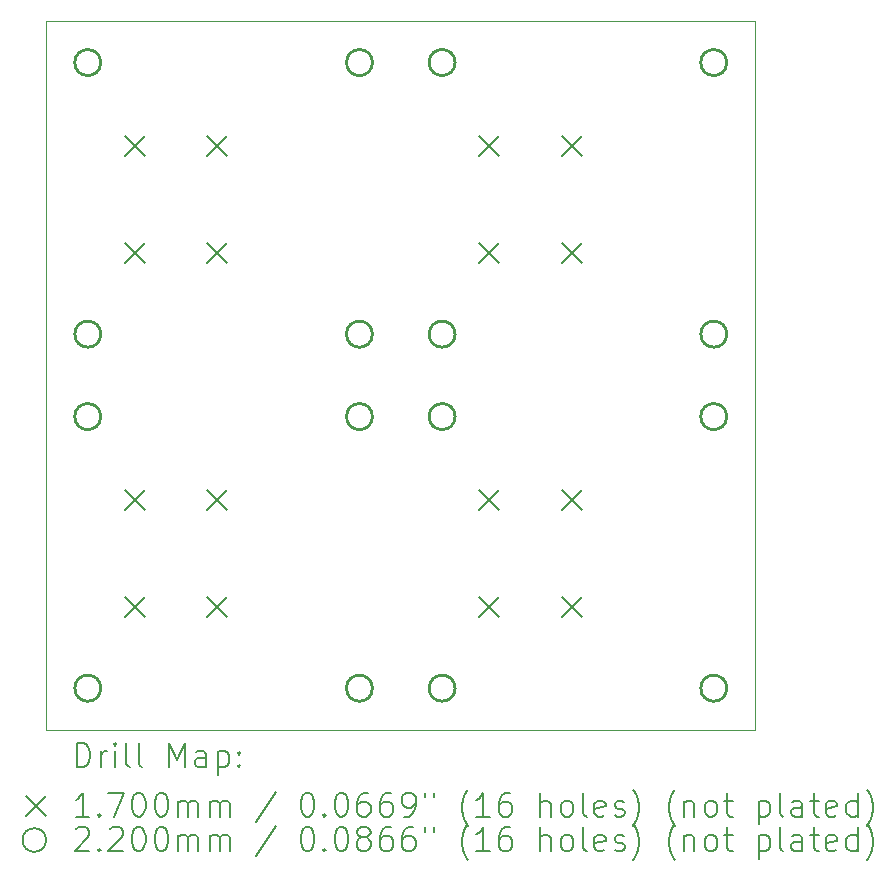
<source format=gbr>
%TF.GenerationSoftware,KiCad,Pcbnew,8.0.1*%
%TF.CreationDate,2024-03-24T21:19:31-05:00*%
%TF.ProjectId,minimidi_v1,6d696e69-6d69-4646-995f-76312e6b6963,rev?*%
%TF.SameCoordinates,Original*%
%TF.FileFunction,Drillmap*%
%TF.FilePolarity,Positive*%
%FSLAX45Y45*%
G04 Gerber Fmt 4.5, Leading zero omitted, Abs format (unit mm)*
G04 Created by KiCad (PCBNEW 8.0.1) date 2024-03-24 21:19:31*
%MOMM*%
%LPD*%
G01*
G04 APERTURE LIST*
%ADD10C,0.050000*%
%ADD11C,0.200000*%
%ADD12C,0.170000*%
%ADD13C,0.220000*%
G04 APERTURE END LIST*
D10*
X11900000Y-7900000D02*
X17900000Y-7900000D01*
X17900000Y-13900000D01*
X11900000Y-13900000D01*
X11900000Y-7900000D01*
D11*
D12*
X12561810Y-8875000D02*
X12731810Y-9045000D01*
X12731810Y-8875000D02*
X12561810Y-9045000D01*
X12561810Y-9775000D02*
X12731810Y-9945000D01*
X12731810Y-9775000D02*
X12561810Y-9945000D01*
X12561810Y-11872500D02*
X12731810Y-12042500D01*
X12731810Y-11872500D02*
X12561810Y-12042500D01*
X12561810Y-12772500D02*
X12731810Y-12942500D01*
X12731810Y-12772500D02*
X12561810Y-12942500D01*
X13261810Y-8875000D02*
X13431810Y-9045000D01*
X13431810Y-8875000D02*
X13261810Y-9045000D01*
X13261810Y-9775000D02*
X13431810Y-9945000D01*
X13431810Y-9775000D02*
X13261810Y-9945000D01*
X13261810Y-11872500D02*
X13431810Y-12042500D01*
X13431810Y-11872500D02*
X13261810Y-12042500D01*
X13261810Y-12772500D02*
X13431810Y-12942500D01*
X13431810Y-12772500D02*
X13261810Y-12942500D01*
X15561810Y-8875000D02*
X15731810Y-9045000D01*
X15731810Y-8875000D02*
X15561810Y-9045000D01*
X15561810Y-9775000D02*
X15731810Y-9945000D01*
X15731810Y-9775000D02*
X15561810Y-9945000D01*
X15561810Y-11872500D02*
X15731810Y-12042500D01*
X15731810Y-11872500D02*
X15561810Y-12042500D01*
X15561810Y-12772500D02*
X15731810Y-12942500D01*
X15731810Y-12772500D02*
X15561810Y-12942500D01*
X16261810Y-8875000D02*
X16431810Y-9045000D01*
X16431810Y-8875000D02*
X16261810Y-9045000D01*
X16261810Y-9775000D02*
X16431810Y-9945000D01*
X16431810Y-9775000D02*
X16261810Y-9945000D01*
X16261810Y-11872500D02*
X16431810Y-12042500D01*
X16431810Y-11872500D02*
X16261810Y-12042500D01*
X16261810Y-12772500D02*
X16431810Y-12942500D01*
X16431810Y-12772500D02*
X16261810Y-12942500D01*
D13*
X12360000Y-8250000D02*
G75*
G02*
X12140000Y-8250000I-110000J0D01*
G01*
X12140000Y-8250000D02*
G75*
G02*
X12360000Y-8250000I110000J0D01*
G01*
X12360000Y-10550000D02*
G75*
G02*
X12140000Y-10550000I-110000J0D01*
G01*
X12140000Y-10550000D02*
G75*
G02*
X12360000Y-10550000I110000J0D01*
G01*
X12360000Y-11247500D02*
G75*
G02*
X12140000Y-11247500I-110000J0D01*
G01*
X12140000Y-11247500D02*
G75*
G02*
X12360000Y-11247500I110000J0D01*
G01*
X12360000Y-13547500D02*
G75*
G02*
X12140000Y-13547500I-110000J0D01*
G01*
X12140000Y-13547500D02*
G75*
G02*
X12360000Y-13547500I110000J0D01*
G01*
X14660000Y-8250000D02*
G75*
G02*
X14440000Y-8250000I-110000J0D01*
G01*
X14440000Y-8250000D02*
G75*
G02*
X14660000Y-8250000I110000J0D01*
G01*
X14660000Y-10550000D02*
G75*
G02*
X14440000Y-10550000I-110000J0D01*
G01*
X14440000Y-10550000D02*
G75*
G02*
X14660000Y-10550000I110000J0D01*
G01*
X14660000Y-11247500D02*
G75*
G02*
X14440000Y-11247500I-110000J0D01*
G01*
X14440000Y-11247500D02*
G75*
G02*
X14660000Y-11247500I110000J0D01*
G01*
X14660000Y-13547500D02*
G75*
G02*
X14440000Y-13547500I-110000J0D01*
G01*
X14440000Y-13547500D02*
G75*
G02*
X14660000Y-13547500I110000J0D01*
G01*
X15360000Y-8250000D02*
G75*
G02*
X15140000Y-8250000I-110000J0D01*
G01*
X15140000Y-8250000D02*
G75*
G02*
X15360000Y-8250000I110000J0D01*
G01*
X15360000Y-10550000D02*
G75*
G02*
X15140000Y-10550000I-110000J0D01*
G01*
X15140000Y-10550000D02*
G75*
G02*
X15360000Y-10550000I110000J0D01*
G01*
X15360000Y-11247500D02*
G75*
G02*
X15140000Y-11247500I-110000J0D01*
G01*
X15140000Y-11247500D02*
G75*
G02*
X15360000Y-11247500I110000J0D01*
G01*
X15360000Y-13547500D02*
G75*
G02*
X15140000Y-13547500I-110000J0D01*
G01*
X15140000Y-13547500D02*
G75*
G02*
X15360000Y-13547500I110000J0D01*
G01*
X17660000Y-8250000D02*
G75*
G02*
X17440000Y-8250000I-110000J0D01*
G01*
X17440000Y-8250000D02*
G75*
G02*
X17660000Y-8250000I110000J0D01*
G01*
X17660000Y-10550000D02*
G75*
G02*
X17440000Y-10550000I-110000J0D01*
G01*
X17440000Y-10550000D02*
G75*
G02*
X17660000Y-10550000I110000J0D01*
G01*
X17660000Y-11247500D02*
G75*
G02*
X17440000Y-11247500I-110000J0D01*
G01*
X17440000Y-11247500D02*
G75*
G02*
X17660000Y-11247500I110000J0D01*
G01*
X17660000Y-13547500D02*
G75*
G02*
X17440000Y-13547500I-110000J0D01*
G01*
X17440000Y-13547500D02*
G75*
G02*
X17660000Y-13547500I110000J0D01*
G01*
D11*
X12158277Y-14213984D02*
X12158277Y-14013984D01*
X12158277Y-14013984D02*
X12205896Y-14013984D01*
X12205896Y-14013984D02*
X12234467Y-14023508D01*
X12234467Y-14023508D02*
X12253515Y-14042555D01*
X12253515Y-14042555D02*
X12263039Y-14061603D01*
X12263039Y-14061603D02*
X12272562Y-14099698D01*
X12272562Y-14099698D02*
X12272562Y-14128269D01*
X12272562Y-14128269D02*
X12263039Y-14166365D01*
X12263039Y-14166365D02*
X12253515Y-14185412D01*
X12253515Y-14185412D02*
X12234467Y-14204460D01*
X12234467Y-14204460D02*
X12205896Y-14213984D01*
X12205896Y-14213984D02*
X12158277Y-14213984D01*
X12358277Y-14213984D02*
X12358277Y-14080650D01*
X12358277Y-14118746D02*
X12367801Y-14099698D01*
X12367801Y-14099698D02*
X12377324Y-14090174D01*
X12377324Y-14090174D02*
X12396372Y-14080650D01*
X12396372Y-14080650D02*
X12415420Y-14080650D01*
X12482086Y-14213984D02*
X12482086Y-14080650D01*
X12482086Y-14013984D02*
X12472562Y-14023508D01*
X12472562Y-14023508D02*
X12482086Y-14033031D01*
X12482086Y-14033031D02*
X12491610Y-14023508D01*
X12491610Y-14023508D02*
X12482086Y-14013984D01*
X12482086Y-14013984D02*
X12482086Y-14033031D01*
X12605896Y-14213984D02*
X12586848Y-14204460D01*
X12586848Y-14204460D02*
X12577324Y-14185412D01*
X12577324Y-14185412D02*
X12577324Y-14013984D01*
X12710658Y-14213984D02*
X12691610Y-14204460D01*
X12691610Y-14204460D02*
X12682086Y-14185412D01*
X12682086Y-14185412D02*
X12682086Y-14013984D01*
X12939229Y-14213984D02*
X12939229Y-14013984D01*
X12939229Y-14013984D02*
X13005896Y-14156841D01*
X13005896Y-14156841D02*
X13072562Y-14013984D01*
X13072562Y-14013984D02*
X13072562Y-14213984D01*
X13253515Y-14213984D02*
X13253515Y-14109222D01*
X13253515Y-14109222D02*
X13243991Y-14090174D01*
X13243991Y-14090174D02*
X13224943Y-14080650D01*
X13224943Y-14080650D02*
X13186848Y-14080650D01*
X13186848Y-14080650D02*
X13167801Y-14090174D01*
X13253515Y-14204460D02*
X13234467Y-14213984D01*
X13234467Y-14213984D02*
X13186848Y-14213984D01*
X13186848Y-14213984D02*
X13167801Y-14204460D01*
X13167801Y-14204460D02*
X13158277Y-14185412D01*
X13158277Y-14185412D02*
X13158277Y-14166365D01*
X13158277Y-14166365D02*
X13167801Y-14147317D01*
X13167801Y-14147317D02*
X13186848Y-14137793D01*
X13186848Y-14137793D02*
X13234467Y-14137793D01*
X13234467Y-14137793D02*
X13253515Y-14128269D01*
X13348753Y-14080650D02*
X13348753Y-14280650D01*
X13348753Y-14090174D02*
X13367801Y-14080650D01*
X13367801Y-14080650D02*
X13405896Y-14080650D01*
X13405896Y-14080650D02*
X13424943Y-14090174D01*
X13424943Y-14090174D02*
X13434467Y-14099698D01*
X13434467Y-14099698D02*
X13443991Y-14118746D01*
X13443991Y-14118746D02*
X13443991Y-14175888D01*
X13443991Y-14175888D02*
X13434467Y-14194936D01*
X13434467Y-14194936D02*
X13424943Y-14204460D01*
X13424943Y-14204460D02*
X13405896Y-14213984D01*
X13405896Y-14213984D02*
X13367801Y-14213984D01*
X13367801Y-14213984D02*
X13348753Y-14204460D01*
X13529705Y-14194936D02*
X13539229Y-14204460D01*
X13539229Y-14204460D02*
X13529705Y-14213984D01*
X13529705Y-14213984D02*
X13520182Y-14204460D01*
X13520182Y-14204460D02*
X13529705Y-14194936D01*
X13529705Y-14194936D02*
X13529705Y-14213984D01*
X13529705Y-14090174D02*
X13539229Y-14099698D01*
X13539229Y-14099698D02*
X13529705Y-14109222D01*
X13529705Y-14109222D02*
X13520182Y-14099698D01*
X13520182Y-14099698D02*
X13529705Y-14090174D01*
X13529705Y-14090174D02*
X13529705Y-14109222D01*
D12*
X11727500Y-14457500D02*
X11897500Y-14627500D01*
X11897500Y-14457500D02*
X11727500Y-14627500D01*
D11*
X12263039Y-14633984D02*
X12148753Y-14633984D01*
X12205896Y-14633984D02*
X12205896Y-14433984D01*
X12205896Y-14433984D02*
X12186848Y-14462555D01*
X12186848Y-14462555D02*
X12167801Y-14481603D01*
X12167801Y-14481603D02*
X12148753Y-14491127D01*
X12348753Y-14614936D02*
X12358277Y-14624460D01*
X12358277Y-14624460D02*
X12348753Y-14633984D01*
X12348753Y-14633984D02*
X12339229Y-14624460D01*
X12339229Y-14624460D02*
X12348753Y-14614936D01*
X12348753Y-14614936D02*
X12348753Y-14633984D01*
X12424943Y-14433984D02*
X12558277Y-14433984D01*
X12558277Y-14433984D02*
X12472562Y-14633984D01*
X12672562Y-14433984D02*
X12691610Y-14433984D01*
X12691610Y-14433984D02*
X12710658Y-14443508D01*
X12710658Y-14443508D02*
X12720182Y-14453031D01*
X12720182Y-14453031D02*
X12729705Y-14472079D01*
X12729705Y-14472079D02*
X12739229Y-14510174D01*
X12739229Y-14510174D02*
X12739229Y-14557793D01*
X12739229Y-14557793D02*
X12729705Y-14595888D01*
X12729705Y-14595888D02*
X12720182Y-14614936D01*
X12720182Y-14614936D02*
X12710658Y-14624460D01*
X12710658Y-14624460D02*
X12691610Y-14633984D01*
X12691610Y-14633984D02*
X12672562Y-14633984D01*
X12672562Y-14633984D02*
X12653515Y-14624460D01*
X12653515Y-14624460D02*
X12643991Y-14614936D01*
X12643991Y-14614936D02*
X12634467Y-14595888D01*
X12634467Y-14595888D02*
X12624943Y-14557793D01*
X12624943Y-14557793D02*
X12624943Y-14510174D01*
X12624943Y-14510174D02*
X12634467Y-14472079D01*
X12634467Y-14472079D02*
X12643991Y-14453031D01*
X12643991Y-14453031D02*
X12653515Y-14443508D01*
X12653515Y-14443508D02*
X12672562Y-14433984D01*
X12863039Y-14433984D02*
X12882086Y-14433984D01*
X12882086Y-14433984D02*
X12901134Y-14443508D01*
X12901134Y-14443508D02*
X12910658Y-14453031D01*
X12910658Y-14453031D02*
X12920182Y-14472079D01*
X12920182Y-14472079D02*
X12929705Y-14510174D01*
X12929705Y-14510174D02*
X12929705Y-14557793D01*
X12929705Y-14557793D02*
X12920182Y-14595888D01*
X12920182Y-14595888D02*
X12910658Y-14614936D01*
X12910658Y-14614936D02*
X12901134Y-14624460D01*
X12901134Y-14624460D02*
X12882086Y-14633984D01*
X12882086Y-14633984D02*
X12863039Y-14633984D01*
X12863039Y-14633984D02*
X12843991Y-14624460D01*
X12843991Y-14624460D02*
X12834467Y-14614936D01*
X12834467Y-14614936D02*
X12824943Y-14595888D01*
X12824943Y-14595888D02*
X12815420Y-14557793D01*
X12815420Y-14557793D02*
X12815420Y-14510174D01*
X12815420Y-14510174D02*
X12824943Y-14472079D01*
X12824943Y-14472079D02*
X12834467Y-14453031D01*
X12834467Y-14453031D02*
X12843991Y-14443508D01*
X12843991Y-14443508D02*
X12863039Y-14433984D01*
X13015420Y-14633984D02*
X13015420Y-14500650D01*
X13015420Y-14519698D02*
X13024943Y-14510174D01*
X13024943Y-14510174D02*
X13043991Y-14500650D01*
X13043991Y-14500650D02*
X13072563Y-14500650D01*
X13072563Y-14500650D02*
X13091610Y-14510174D01*
X13091610Y-14510174D02*
X13101134Y-14529222D01*
X13101134Y-14529222D02*
X13101134Y-14633984D01*
X13101134Y-14529222D02*
X13110658Y-14510174D01*
X13110658Y-14510174D02*
X13129705Y-14500650D01*
X13129705Y-14500650D02*
X13158277Y-14500650D01*
X13158277Y-14500650D02*
X13177324Y-14510174D01*
X13177324Y-14510174D02*
X13186848Y-14529222D01*
X13186848Y-14529222D02*
X13186848Y-14633984D01*
X13282086Y-14633984D02*
X13282086Y-14500650D01*
X13282086Y-14519698D02*
X13291610Y-14510174D01*
X13291610Y-14510174D02*
X13310658Y-14500650D01*
X13310658Y-14500650D02*
X13339229Y-14500650D01*
X13339229Y-14500650D02*
X13358277Y-14510174D01*
X13358277Y-14510174D02*
X13367801Y-14529222D01*
X13367801Y-14529222D02*
X13367801Y-14633984D01*
X13367801Y-14529222D02*
X13377324Y-14510174D01*
X13377324Y-14510174D02*
X13396372Y-14500650D01*
X13396372Y-14500650D02*
X13424943Y-14500650D01*
X13424943Y-14500650D02*
X13443991Y-14510174D01*
X13443991Y-14510174D02*
X13453515Y-14529222D01*
X13453515Y-14529222D02*
X13453515Y-14633984D01*
X13843991Y-14424460D02*
X13672563Y-14681603D01*
X14101134Y-14433984D02*
X14120182Y-14433984D01*
X14120182Y-14433984D02*
X14139229Y-14443508D01*
X14139229Y-14443508D02*
X14148753Y-14453031D01*
X14148753Y-14453031D02*
X14158277Y-14472079D01*
X14158277Y-14472079D02*
X14167801Y-14510174D01*
X14167801Y-14510174D02*
X14167801Y-14557793D01*
X14167801Y-14557793D02*
X14158277Y-14595888D01*
X14158277Y-14595888D02*
X14148753Y-14614936D01*
X14148753Y-14614936D02*
X14139229Y-14624460D01*
X14139229Y-14624460D02*
X14120182Y-14633984D01*
X14120182Y-14633984D02*
X14101134Y-14633984D01*
X14101134Y-14633984D02*
X14082086Y-14624460D01*
X14082086Y-14624460D02*
X14072563Y-14614936D01*
X14072563Y-14614936D02*
X14063039Y-14595888D01*
X14063039Y-14595888D02*
X14053515Y-14557793D01*
X14053515Y-14557793D02*
X14053515Y-14510174D01*
X14053515Y-14510174D02*
X14063039Y-14472079D01*
X14063039Y-14472079D02*
X14072563Y-14453031D01*
X14072563Y-14453031D02*
X14082086Y-14443508D01*
X14082086Y-14443508D02*
X14101134Y-14433984D01*
X14253515Y-14614936D02*
X14263039Y-14624460D01*
X14263039Y-14624460D02*
X14253515Y-14633984D01*
X14253515Y-14633984D02*
X14243991Y-14624460D01*
X14243991Y-14624460D02*
X14253515Y-14614936D01*
X14253515Y-14614936D02*
X14253515Y-14633984D01*
X14386848Y-14433984D02*
X14405896Y-14433984D01*
X14405896Y-14433984D02*
X14424944Y-14443508D01*
X14424944Y-14443508D02*
X14434467Y-14453031D01*
X14434467Y-14453031D02*
X14443991Y-14472079D01*
X14443991Y-14472079D02*
X14453515Y-14510174D01*
X14453515Y-14510174D02*
X14453515Y-14557793D01*
X14453515Y-14557793D02*
X14443991Y-14595888D01*
X14443991Y-14595888D02*
X14434467Y-14614936D01*
X14434467Y-14614936D02*
X14424944Y-14624460D01*
X14424944Y-14624460D02*
X14405896Y-14633984D01*
X14405896Y-14633984D02*
X14386848Y-14633984D01*
X14386848Y-14633984D02*
X14367801Y-14624460D01*
X14367801Y-14624460D02*
X14358277Y-14614936D01*
X14358277Y-14614936D02*
X14348753Y-14595888D01*
X14348753Y-14595888D02*
X14339229Y-14557793D01*
X14339229Y-14557793D02*
X14339229Y-14510174D01*
X14339229Y-14510174D02*
X14348753Y-14472079D01*
X14348753Y-14472079D02*
X14358277Y-14453031D01*
X14358277Y-14453031D02*
X14367801Y-14443508D01*
X14367801Y-14443508D02*
X14386848Y-14433984D01*
X14624944Y-14433984D02*
X14586848Y-14433984D01*
X14586848Y-14433984D02*
X14567801Y-14443508D01*
X14567801Y-14443508D02*
X14558277Y-14453031D01*
X14558277Y-14453031D02*
X14539229Y-14481603D01*
X14539229Y-14481603D02*
X14529706Y-14519698D01*
X14529706Y-14519698D02*
X14529706Y-14595888D01*
X14529706Y-14595888D02*
X14539229Y-14614936D01*
X14539229Y-14614936D02*
X14548753Y-14624460D01*
X14548753Y-14624460D02*
X14567801Y-14633984D01*
X14567801Y-14633984D02*
X14605896Y-14633984D01*
X14605896Y-14633984D02*
X14624944Y-14624460D01*
X14624944Y-14624460D02*
X14634467Y-14614936D01*
X14634467Y-14614936D02*
X14643991Y-14595888D01*
X14643991Y-14595888D02*
X14643991Y-14548269D01*
X14643991Y-14548269D02*
X14634467Y-14529222D01*
X14634467Y-14529222D02*
X14624944Y-14519698D01*
X14624944Y-14519698D02*
X14605896Y-14510174D01*
X14605896Y-14510174D02*
X14567801Y-14510174D01*
X14567801Y-14510174D02*
X14548753Y-14519698D01*
X14548753Y-14519698D02*
X14539229Y-14529222D01*
X14539229Y-14529222D02*
X14529706Y-14548269D01*
X14815420Y-14433984D02*
X14777325Y-14433984D01*
X14777325Y-14433984D02*
X14758277Y-14443508D01*
X14758277Y-14443508D02*
X14748753Y-14453031D01*
X14748753Y-14453031D02*
X14729706Y-14481603D01*
X14729706Y-14481603D02*
X14720182Y-14519698D01*
X14720182Y-14519698D02*
X14720182Y-14595888D01*
X14720182Y-14595888D02*
X14729706Y-14614936D01*
X14729706Y-14614936D02*
X14739229Y-14624460D01*
X14739229Y-14624460D02*
X14758277Y-14633984D01*
X14758277Y-14633984D02*
X14796372Y-14633984D01*
X14796372Y-14633984D02*
X14815420Y-14624460D01*
X14815420Y-14624460D02*
X14824944Y-14614936D01*
X14824944Y-14614936D02*
X14834467Y-14595888D01*
X14834467Y-14595888D02*
X14834467Y-14548269D01*
X14834467Y-14548269D02*
X14824944Y-14529222D01*
X14824944Y-14529222D02*
X14815420Y-14519698D01*
X14815420Y-14519698D02*
X14796372Y-14510174D01*
X14796372Y-14510174D02*
X14758277Y-14510174D01*
X14758277Y-14510174D02*
X14739229Y-14519698D01*
X14739229Y-14519698D02*
X14729706Y-14529222D01*
X14729706Y-14529222D02*
X14720182Y-14548269D01*
X14929706Y-14633984D02*
X14967801Y-14633984D01*
X14967801Y-14633984D02*
X14986848Y-14624460D01*
X14986848Y-14624460D02*
X14996372Y-14614936D01*
X14996372Y-14614936D02*
X15015420Y-14586365D01*
X15015420Y-14586365D02*
X15024944Y-14548269D01*
X15024944Y-14548269D02*
X15024944Y-14472079D01*
X15024944Y-14472079D02*
X15015420Y-14453031D01*
X15015420Y-14453031D02*
X15005896Y-14443508D01*
X15005896Y-14443508D02*
X14986848Y-14433984D01*
X14986848Y-14433984D02*
X14948753Y-14433984D01*
X14948753Y-14433984D02*
X14929706Y-14443508D01*
X14929706Y-14443508D02*
X14920182Y-14453031D01*
X14920182Y-14453031D02*
X14910658Y-14472079D01*
X14910658Y-14472079D02*
X14910658Y-14519698D01*
X14910658Y-14519698D02*
X14920182Y-14538746D01*
X14920182Y-14538746D02*
X14929706Y-14548269D01*
X14929706Y-14548269D02*
X14948753Y-14557793D01*
X14948753Y-14557793D02*
X14986848Y-14557793D01*
X14986848Y-14557793D02*
X15005896Y-14548269D01*
X15005896Y-14548269D02*
X15015420Y-14538746D01*
X15015420Y-14538746D02*
X15024944Y-14519698D01*
X15101134Y-14433984D02*
X15101134Y-14472079D01*
X15177325Y-14433984D02*
X15177325Y-14472079D01*
X15472563Y-14710174D02*
X15463039Y-14700650D01*
X15463039Y-14700650D02*
X15443991Y-14672079D01*
X15443991Y-14672079D02*
X15434468Y-14653031D01*
X15434468Y-14653031D02*
X15424944Y-14624460D01*
X15424944Y-14624460D02*
X15415420Y-14576841D01*
X15415420Y-14576841D02*
X15415420Y-14538746D01*
X15415420Y-14538746D02*
X15424944Y-14491127D01*
X15424944Y-14491127D02*
X15434468Y-14462555D01*
X15434468Y-14462555D02*
X15443991Y-14443508D01*
X15443991Y-14443508D02*
X15463039Y-14414936D01*
X15463039Y-14414936D02*
X15472563Y-14405412D01*
X15653515Y-14633984D02*
X15539229Y-14633984D01*
X15596372Y-14633984D02*
X15596372Y-14433984D01*
X15596372Y-14433984D02*
X15577325Y-14462555D01*
X15577325Y-14462555D02*
X15558277Y-14481603D01*
X15558277Y-14481603D02*
X15539229Y-14491127D01*
X15824944Y-14433984D02*
X15786848Y-14433984D01*
X15786848Y-14433984D02*
X15767801Y-14443508D01*
X15767801Y-14443508D02*
X15758277Y-14453031D01*
X15758277Y-14453031D02*
X15739229Y-14481603D01*
X15739229Y-14481603D02*
X15729706Y-14519698D01*
X15729706Y-14519698D02*
X15729706Y-14595888D01*
X15729706Y-14595888D02*
X15739229Y-14614936D01*
X15739229Y-14614936D02*
X15748753Y-14624460D01*
X15748753Y-14624460D02*
X15767801Y-14633984D01*
X15767801Y-14633984D02*
X15805896Y-14633984D01*
X15805896Y-14633984D02*
X15824944Y-14624460D01*
X15824944Y-14624460D02*
X15834468Y-14614936D01*
X15834468Y-14614936D02*
X15843991Y-14595888D01*
X15843991Y-14595888D02*
X15843991Y-14548269D01*
X15843991Y-14548269D02*
X15834468Y-14529222D01*
X15834468Y-14529222D02*
X15824944Y-14519698D01*
X15824944Y-14519698D02*
X15805896Y-14510174D01*
X15805896Y-14510174D02*
X15767801Y-14510174D01*
X15767801Y-14510174D02*
X15748753Y-14519698D01*
X15748753Y-14519698D02*
X15739229Y-14529222D01*
X15739229Y-14529222D02*
X15729706Y-14548269D01*
X16082087Y-14633984D02*
X16082087Y-14433984D01*
X16167801Y-14633984D02*
X16167801Y-14529222D01*
X16167801Y-14529222D02*
X16158277Y-14510174D01*
X16158277Y-14510174D02*
X16139230Y-14500650D01*
X16139230Y-14500650D02*
X16110658Y-14500650D01*
X16110658Y-14500650D02*
X16091610Y-14510174D01*
X16091610Y-14510174D02*
X16082087Y-14519698D01*
X16291610Y-14633984D02*
X16272563Y-14624460D01*
X16272563Y-14624460D02*
X16263039Y-14614936D01*
X16263039Y-14614936D02*
X16253515Y-14595888D01*
X16253515Y-14595888D02*
X16253515Y-14538746D01*
X16253515Y-14538746D02*
X16263039Y-14519698D01*
X16263039Y-14519698D02*
X16272563Y-14510174D01*
X16272563Y-14510174D02*
X16291610Y-14500650D01*
X16291610Y-14500650D02*
X16320182Y-14500650D01*
X16320182Y-14500650D02*
X16339230Y-14510174D01*
X16339230Y-14510174D02*
X16348753Y-14519698D01*
X16348753Y-14519698D02*
X16358277Y-14538746D01*
X16358277Y-14538746D02*
X16358277Y-14595888D01*
X16358277Y-14595888D02*
X16348753Y-14614936D01*
X16348753Y-14614936D02*
X16339230Y-14624460D01*
X16339230Y-14624460D02*
X16320182Y-14633984D01*
X16320182Y-14633984D02*
X16291610Y-14633984D01*
X16472563Y-14633984D02*
X16453515Y-14624460D01*
X16453515Y-14624460D02*
X16443991Y-14605412D01*
X16443991Y-14605412D02*
X16443991Y-14433984D01*
X16624944Y-14624460D02*
X16605896Y-14633984D01*
X16605896Y-14633984D02*
X16567801Y-14633984D01*
X16567801Y-14633984D02*
X16548753Y-14624460D01*
X16548753Y-14624460D02*
X16539230Y-14605412D01*
X16539230Y-14605412D02*
X16539230Y-14529222D01*
X16539230Y-14529222D02*
X16548753Y-14510174D01*
X16548753Y-14510174D02*
X16567801Y-14500650D01*
X16567801Y-14500650D02*
X16605896Y-14500650D01*
X16605896Y-14500650D02*
X16624944Y-14510174D01*
X16624944Y-14510174D02*
X16634468Y-14529222D01*
X16634468Y-14529222D02*
X16634468Y-14548269D01*
X16634468Y-14548269D02*
X16539230Y-14567317D01*
X16710658Y-14624460D02*
X16729706Y-14633984D01*
X16729706Y-14633984D02*
X16767801Y-14633984D01*
X16767801Y-14633984D02*
X16786849Y-14624460D01*
X16786849Y-14624460D02*
X16796373Y-14605412D01*
X16796373Y-14605412D02*
X16796373Y-14595888D01*
X16796373Y-14595888D02*
X16786849Y-14576841D01*
X16786849Y-14576841D02*
X16767801Y-14567317D01*
X16767801Y-14567317D02*
X16739230Y-14567317D01*
X16739230Y-14567317D02*
X16720182Y-14557793D01*
X16720182Y-14557793D02*
X16710658Y-14538746D01*
X16710658Y-14538746D02*
X16710658Y-14529222D01*
X16710658Y-14529222D02*
X16720182Y-14510174D01*
X16720182Y-14510174D02*
X16739230Y-14500650D01*
X16739230Y-14500650D02*
X16767801Y-14500650D01*
X16767801Y-14500650D02*
X16786849Y-14510174D01*
X16863039Y-14710174D02*
X16872563Y-14700650D01*
X16872563Y-14700650D02*
X16891611Y-14672079D01*
X16891611Y-14672079D02*
X16901134Y-14653031D01*
X16901134Y-14653031D02*
X16910658Y-14624460D01*
X16910658Y-14624460D02*
X16920182Y-14576841D01*
X16920182Y-14576841D02*
X16920182Y-14538746D01*
X16920182Y-14538746D02*
X16910658Y-14491127D01*
X16910658Y-14491127D02*
X16901134Y-14462555D01*
X16901134Y-14462555D02*
X16891611Y-14443508D01*
X16891611Y-14443508D02*
X16872563Y-14414936D01*
X16872563Y-14414936D02*
X16863039Y-14405412D01*
X17224944Y-14710174D02*
X17215420Y-14700650D01*
X17215420Y-14700650D02*
X17196373Y-14672079D01*
X17196373Y-14672079D02*
X17186849Y-14653031D01*
X17186849Y-14653031D02*
X17177325Y-14624460D01*
X17177325Y-14624460D02*
X17167801Y-14576841D01*
X17167801Y-14576841D02*
X17167801Y-14538746D01*
X17167801Y-14538746D02*
X17177325Y-14491127D01*
X17177325Y-14491127D02*
X17186849Y-14462555D01*
X17186849Y-14462555D02*
X17196373Y-14443508D01*
X17196373Y-14443508D02*
X17215420Y-14414936D01*
X17215420Y-14414936D02*
X17224944Y-14405412D01*
X17301134Y-14500650D02*
X17301134Y-14633984D01*
X17301134Y-14519698D02*
X17310658Y-14510174D01*
X17310658Y-14510174D02*
X17329706Y-14500650D01*
X17329706Y-14500650D02*
X17358277Y-14500650D01*
X17358277Y-14500650D02*
X17377325Y-14510174D01*
X17377325Y-14510174D02*
X17386849Y-14529222D01*
X17386849Y-14529222D02*
X17386849Y-14633984D01*
X17510658Y-14633984D02*
X17491611Y-14624460D01*
X17491611Y-14624460D02*
X17482087Y-14614936D01*
X17482087Y-14614936D02*
X17472563Y-14595888D01*
X17472563Y-14595888D02*
X17472563Y-14538746D01*
X17472563Y-14538746D02*
X17482087Y-14519698D01*
X17482087Y-14519698D02*
X17491611Y-14510174D01*
X17491611Y-14510174D02*
X17510658Y-14500650D01*
X17510658Y-14500650D02*
X17539230Y-14500650D01*
X17539230Y-14500650D02*
X17558277Y-14510174D01*
X17558277Y-14510174D02*
X17567801Y-14519698D01*
X17567801Y-14519698D02*
X17577325Y-14538746D01*
X17577325Y-14538746D02*
X17577325Y-14595888D01*
X17577325Y-14595888D02*
X17567801Y-14614936D01*
X17567801Y-14614936D02*
X17558277Y-14624460D01*
X17558277Y-14624460D02*
X17539230Y-14633984D01*
X17539230Y-14633984D02*
X17510658Y-14633984D01*
X17634468Y-14500650D02*
X17710658Y-14500650D01*
X17663039Y-14433984D02*
X17663039Y-14605412D01*
X17663039Y-14605412D02*
X17672563Y-14624460D01*
X17672563Y-14624460D02*
X17691611Y-14633984D01*
X17691611Y-14633984D02*
X17710658Y-14633984D01*
X17929706Y-14500650D02*
X17929706Y-14700650D01*
X17929706Y-14510174D02*
X17948754Y-14500650D01*
X17948754Y-14500650D02*
X17986849Y-14500650D01*
X17986849Y-14500650D02*
X18005896Y-14510174D01*
X18005896Y-14510174D02*
X18015420Y-14519698D01*
X18015420Y-14519698D02*
X18024944Y-14538746D01*
X18024944Y-14538746D02*
X18024944Y-14595888D01*
X18024944Y-14595888D02*
X18015420Y-14614936D01*
X18015420Y-14614936D02*
X18005896Y-14624460D01*
X18005896Y-14624460D02*
X17986849Y-14633984D01*
X17986849Y-14633984D02*
X17948754Y-14633984D01*
X17948754Y-14633984D02*
X17929706Y-14624460D01*
X18139230Y-14633984D02*
X18120182Y-14624460D01*
X18120182Y-14624460D02*
X18110658Y-14605412D01*
X18110658Y-14605412D02*
X18110658Y-14433984D01*
X18301135Y-14633984D02*
X18301135Y-14529222D01*
X18301135Y-14529222D02*
X18291611Y-14510174D01*
X18291611Y-14510174D02*
X18272563Y-14500650D01*
X18272563Y-14500650D02*
X18234468Y-14500650D01*
X18234468Y-14500650D02*
X18215420Y-14510174D01*
X18301135Y-14624460D02*
X18282087Y-14633984D01*
X18282087Y-14633984D02*
X18234468Y-14633984D01*
X18234468Y-14633984D02*
X18215420Y-14624460D01*
X18215420Y-14624460D02*
X18205896Y-14605412D01*
X18205896Y-14605412D02*
X18205896Y-14586365D01*
X18205896Y-14586365D02*
X18215420Y-14567317D01*
X18215420Y-14567317D02*
X18234468Y-14557793D01*
X18234468Y-14557793D02*
X18282087Y-14557793D01*
X18282087Y-14557793D02*
X18301135Y-14548269D01*
X18367801Y-14500650D02*
X18443992Y-14500650D01*
X18396373Y-14433984D02*
X18396373Y-14605412D01*
X18396373Y-14605412D02*
X18405896Y-14624460D01*
X18405896Y-14624460D02*
X18424944Y-14633984D01*
X18424944Y-14633984D02*
X18443992Y-14633984D01*
X18586849Y-14624460D02*
X18567801Y-14633984D01*
X18567801Y-14633984D02*
X18529706Y-14633984D01*
X18529706Y-14633984D02*
X18510658Y-14624460D01*
X18510658Y-14624460D02*
X18501135Y-14605412D01*
X18501135Y-14605412D02*
X18501135Y-14529222D01*
X18501135Y-14529222D02*
X18510658Y-14510174D01*
X18510658Y-14510174D02*
X18529706Y-14500650D01*
X18529706Y-14500650D02*
X18567801Y-14500650D01*
X18567801Y-14500650D02*
X18586849Y-14510174D01*
X18586849Y-14510174D02*
X18596373Y-14529222D01*
X18596373Y-14529222D02*
X18596373Y-14548269D01*
X18596373Y-14548269D02*
X18501135Y-14567317D01*
X18767801Y-14633984D02*
X18767801Y-14433984D01*
X18767801Y-14624460D02*
X18748754Y-14633984D01*
X18748754Y-14633984D02*
X18710658Y-14633984D01*
X18710658Y-14633984D02*
X18691611Y-14624460D01*
X18691611Y-14624460D02*
X18682087Y-14614936D01*
X18682087Y-14614936D02*
X18672563Y-14595888D01*
X18672563Y-14595888D02*
X18672563Y-14538746D01*
X18672563Y-14538746D02*
X18682087Y-14519698D01*
X18682087Y-14519698D02*
X18691611Y-14510174D01*
X18691611Y-14510174D02*
X18710658Y-14500650D01*
X18710658Y-14500650D02*
X18748754Y-14500650D01*
X18748754Y-14500650D02*
X18767801Y-14510174D01*
X18843992Y-14710174D02*
X18853516Y-14700650D01*
X18853516Y-14700650D02*
X18872563Y-14672079D01*
X18872563Y-14672079D02*
X18882087Y-14653031D01*
X18882087Y-14653031D02*
X18891611Y-14624460D01*
X18891611Y-14624460D02*
X18901135Y-14576841D01*
X18901135Y-14576841D02*
X18901135Y-14538746D01*
X18901135Y-14538746D02*
X18891611Y-14491127D01*
X18891611Y-14491127D02*
X18882087Y-14462555D01*
X18882087Y-14462555D02*
X18872563Y-14443508D01*
X18872563Y-14443508D02*
X18853516Y-14414936D01*
X18853516Y-14414936D02*
X18843992Y-14405412D01*
X11897500Y-14832500D02*
G75*
G02*
X11697500Y-14832500I-100000J0D01*
G01*
X11697500Y-14832500D02*
G75*
G02*
X11897500Y-14832500I100000J0D01*
G01*
X12148753Y-14743031D02*
X12158277Y-14733508D01*
X12158277Y-14733508D02*
X12177324Y-14723984D01*
X12177324Y-14723984D02*
X12224943Y-14723984D01*
X12224943Y-14723984D02*
X12243991Y-14733508D01*
X12243991Y-14733508D02*
X12253515Y-14743031D01*
X12253515Y-14743031D02*
X12263039Y-14762079D01*
X12263039Y-14762079D02*
X12263039Y-14781127D01*
X12263039Y-14781127D02*
X12253515Y-14809698D01*
X12253515Y-14809698D02*
X12139229Y-14923984D01*
X12139229Y-14923984D02*
X12263039Y-14923984D01*
X12348753Y-14904936D02*
X12358277Y-14914460D01*
X12358277Y-14914460D02*
X12348753Y-14923984D01*
X12348753Y-14923984D02*
X12339229Y-14914460D01*
X12339229Y-14914460D02*
X12348753Y-14904936D01*
X12348753Y-14904936D02*
X12348753Y-14923984D01*
X12434467Y-14743031D02*
X12443991Y-14733508D01*
X12443991Y-14733508D02*
X12463039Y-14723984D01*
X12463039Y-14723984D02*
X12510658Y-14723984D01*
X12510658Y-14723984D02*
X12529705Y-14733508D01*
X12529705Y-14733508D02*
X12539229Y-14743031D01*
X12539229Y-14743031D02*
X12548753Y-14762079D01*
X12548753Y-14762079D02*
X12548753Y-14781127D01*
X12548753Y-14781127D02*
X12539229Y-14809698D01*
X12539229Y-14809698D02*
X12424943Y-14923984D01*
X12424943Y-14923984D02*
X12548753Y-14923984D01*
X12672562Y-14723984D02*
X12691610Y-14723984D01*
X12691610Y-14723984D02*
X12710658Y-14733508D01*
X12710658Y-14733508D02*
X12720182Y-14743031D01*
X12720182Y-14743031D02*
X12729705Y-14762079D01*
X12729705Y-14762079D02*
X12739229Y-14800174D01*
X12739229Y-14800174D02*
X12739229Y-14847793D01*
X12739229Y-14847793D02*
X12729705Y-14885888D01*
X12729705Y-14885888D02*
X12720182Y-14904936D01*
X12720182Y-14904936D02*
X12710658Y-14914460D01*
X12710658Y-14914460D02*
X12691610Y-14923984D01*
X12691610Y-14923984D02*
X12672562Y-14923984D01*
X12672562Y-14923984D02*
X12653515Y-14914460D01*
X12653515Y-14914460D02*
X12643991Y-14904936D01*
X12643991Y-14904936D02*
X12634467Y-14885888D01*
X12634467Y-14885888D02*
X12624943Y-14847793D01*
X12624943Y-14847793D02*
X12624943Y-14800174D01*
X12624943Y-14800174D02*
X12634467Y-14762079D01*
X12634467Y-14762079D02*
X12643991Y-14743031D01*
X12643991Y-14743031D02*
X12653515Y-14733508D01*
X12653515Y-14733508D02*
X12672562Y-14723984D01*
X12863039Y-14723984D02*
X12882086Y-14723984D01*
X12882086Y-14723984D02*
X12901134Y-14733508D01*
X12901134Y-14733508D02*
X12910658Y-14743031D01*
X12910658Y-14743031D02*
X12920182Y-14762079D01*
X12920182Y-14762079D02*
X12929705Y-14800174D01*
X12929705Y-14800174D02*
X12929705Y-14847793D01*
X12929705Y-14847793D02*
X12920182Y-14885888D01*
X12920182Y-14885888D02*
X12910658Y-14904936D01*
X12910658Y-14904936D02*
X12901134Y-14914460D01*
X12901134Y-14914460D02*
X12882086Y-14923984D01*
X12882086Y-14923984D02*
X12863039Y-14923984D01*
X12863039Y-14923984D02*
X12843991Y-14914460D01*
X12843991Y-14914460D02*
X12834467Y-14904936D01*
X12834467Y-14904936D02*
X12824943Y-14885888D01*
X12824943Y-14885888D02*
X12815420Y-14847793D01*
X12815420Y-14847793D02*
X12815420Y-14800174D01*
X12815420Y-14800174D02*
X12824943Y-14762079D01*
X12824943Y-14762079D02*
X12834467Y-14743031D01*
X12834467Y-14743031D02*
X12843991Y-14733508D01*
X12843991Y-14733508D02*
X12863039Y-14723984D01*
X13015420Y-14923984D02*
X13015420Y-14790650D01*
X13015420Y-14809698D02*
X13024943Y-14800174D01*
X13024943Y-14800174D02*
X13043991Y-14790650D01*
X13043991Y-14790650D02*
X13072563Y-14790650D01*
X13072563Y-14790650D02*
X13091610Y-14800174D01*
X13091610Y-14800174D02*
X13101134Y-14819222D01*
X13101134Y-14819222D02*
X13101134Y-14923984D01*
X13101134Y-14819222D02*
X13110658Y-14800174D01*
X13110658Y-14800174D02*
X13129705Y-14790650D01*
X13129705Y-14790650D02*
X13158277Y-14790650D01*
X13158277Y-14790650D02*
X13177324Y-14800174D01*
X13177324Y-14800174D02*
X13186848Y-14819222D01*
X13186848Y-14819222D02*
X13186848Y-14923984D01*
X13282086Y-14923984D02*
X13282086Y-14790650D01*
X13282086Y-14809698D02*
X13291610Y-14800174D01*
X13291610Y-14800174D02*
X13310658Y-14790650D01*
X13310658Y-14790650D02*
X13339229Y-14790650D01*
X13339229Y-14790650D02*
X13358277Y-14800174D01*
X13358277Y-14800174D02*
X13367801Y-14819222D01*
X13367801Y-14819222D02*
X13367801Y-14923984D01*
X13367801Y-14819222D02*
X13377324Y-14800174D01*
X13377324Y-14800174D02*
X13396372Y-14790650D01*
X13396372Y-14790650D02*
X13424943Y-14790650D01*
X13424943Y-14790650D02*
X13443991Y-14800174D01*
X13443991Y-14800174D02*
X13453515Y-14819222D01*
X13453515Y-14819222D02*
X13453515Y-14923984D01*
X13843991Y-14714460D02*
X13672563Y-14971603D01*
X14101134Y-14723984D02*
X14120182Y-14723984D01*
X14120182Y-14723984D02*
X14139229Y-14733508D01*
X14139229Y-14733508D02*
X14148753Y-14743031D01*
X14148753Y-14743031D02*
X14158277Y-14762079D01*
X14158277Y-14762079D02*
X14167801Y-14800174D01*
X14167801Y-14800174D02*
X14167801Y-14847793D01*
X14167801Y-14847793D02*
X14158277Y-14885888D01*
X14158277Y-14885888D02*
X14148753Y-14904936D01*
X14148753Y-14904936D02*
X14139229Y-14914460D01*
X14139229Y-14914460D02*
X14120182Y-14923984D01*
X14120182Y-14923984D02*
X14101134Y-14923984D01*
X14101134Y-14923984D02*
X14082086Y-14914460D01*
X14082086Y-14914460D02*
X14072563Y-14904936D01*
X14072563Y-14904936D02*
X14063039Y-14885888D01*
X14063039Y-14885888D02*
X14053515Y-14847793D01*
X14053515Y-14847793D02*
X14053515Y-14800174D01*
X14053515Y-14800174D02*
X14063039Y-14762079D01*
X14063039Y-14762079D02*
X14072563Y-14743031D01*
X14072563Y-14743031D02*
X14082086Y-14733508D01*
X14082086Y-14733508D02*
X14101134Y-14723984D01*
X14253515Y-14904936D02*
X14263039Y-14914460D01*
X14263039Y-14914460D02*
X14253515Y-14923984D01*
X14253515Y-14923984D02*
X14243991Y-14914460D01*
X14243991Y-14914460D02*
X14253515Y-14904936D01*
X14253515Y-14904936D02*
X14253515Y-14923984D01*
X14386848Y-14723984D02*
X14405896Y-14723984D01*
X14405896Y-14723984D02*
X14424944Y-14733508D01*
X14424944Y-14733508D02*
X14434467Y-14743031D01*
X14434467Y-14743031D02*
X14443991Y-14762079D01*
X14443991Y-14762079D02*
X14453515Y-14800174D01*
X14453515Y-14800174D02*
X14453515Y-14847793D01*
X14453515Y-14847793D02*
X14443991Y-14885888D01*
X14443991Y-14885888D02*
X14434467Y-14904936D01*
X14434467Y-14904936D02*
X14424944Y-14914460D01*
X14424944Y-14914460D02*
X14405896Y-14923984D01*
X14405896Y-14923984D02*
X14386848Y-14923984D01*
X14386848Y-14923984D02*
X14367801Y-14914460D01*
X14367801Y-14914460D02*
X14358277Y-14904936D01*
X14358277Y-14904936D02*
X14348753Y-14885888D01*
X14348753Y-14885888D02*
X14339229Y-14847793D01*
X14339229Y-14847793D02*
X14339229Y-14800174D01*
X14339229Y-14800174D02*
X14348753Y-14762079D01*
X14348753Y-14762079D02*
X14358277Y-14743031D01*
X14358277Y-14743031D02*
X14367801Y-14733508D01*
X14367801Y-14733508D02*
X14386848Y-14723984D01*
X14567801Y-14809698D02*
X14548753Y-14800174D01*
X14548753Y-14800174D02*
X14539229Y-14790650D01*
X14539229Y-14790650D02*
X14529706Y-14771603D01*
X14529706Y-14771603D02*
X14529706Y-14762079D01*
X14529706Y-14762079D02*
X14539229Y-14743031D01*
X14539229Y-14743031D02*
X14548753Y-14733508D01*
X14548753Y-14733508D02*
X14567801Y-14723984D01*
X14567801Y-14723984D02*
X14605896Y-14723984D01*
X14605896Y-14723984D02*
X14624944Y-14733508D01*
X14624944Y-14733508D02*
X14634467Y-14743031D01*
X14634467Y-14743031D02*
X14643991Y-14762079D01*
X14643991Y-14762079D02*
X14643991Y-14771603D01*
X14643991Y-14771603D02*
X14634467Y-14790650D01*
X14634467Y-14790650D02*
X14624944Y-14800174D01*
X14624944Y-14800174D02*
X14605896Y-14809698D01*
X14605896Y-14809698D02*
X14567801Y-14809698D01*
X14567801Y-14809698D02*
X14548753Y-14819222D01*
X14548753Y-14819222D02*
X14539229Y-14828746D01*
X14539229Y-14828746D02*
X14529706Y-14847793D01*
X14529706Y-14847793D02*
X14529706Y-14885888D01*
X14529706Y-14885888D02*
X14539229Y-14904936D01*
X14539229Y-14904936D02*
X14548753Y-14914460D01*
X14548753Y-14914460D02*
X14567801Y-14923984D01*
X14567801Y-14923984D02*
X14605896Y-14923984D01*
X14605896Y-14923984D02*
X14624944Y-14914460D01*
X14624944Y-14914460D02*
X14634467Y-14904936D01*
X14634467Y-14904936D02*
X14643991Y-14885888D01*
X14643991Y-14885888D02*
X14643991Y-14847793D01*
X14643991Y-14847793D02*
X14634467Y-14828746D01*
X14634467Y-14828746D02*
X14624944Y-14819222D01*
X14624944Y-14819222D02*
X14605896Y-14809698D01*
X14815420Y-14723984D02*
X14777325Y-14723984D01*
X14777325Y-14723984D02*
X14758277Y-14733508D01*
X14758277Y-14733508D02*
X14748753Y-14743031D01*
X14748753Y-14743031D02*
X14729706Y-14771603D01*
X14729706Y-14771603D02*
X14720182Y-14809698D01*
X14720182Y-14809698D02*
X14720182Y-14885888D01*
X14720182Y-14885888D02*
X14729706Y-14904936D01*
X14729706Y-14904936D02*
X14739229Y-14914460D01*
X14739229Y-14914460D02*
X14758277Y-14923984D01*
X14758277Y-14923984D02*
X14796372Y-14923984D01*
X14796372Y-14923984D02*
X14815420Y-14914460D01*
X14815420Y-14914460D02*
X14824944Y-14904936D01*
X14824944Y-14904936D02*
X14834467Y-14885888D01*
X14834467Y-14885888D02*
X14834467Y-14838269D01*
X14834467Y-14838269D02*
X14824944Y-14819222D01*
X14824944Y-14819222D02*
X14815420Y-14809698D01*
X14815420Y-14809698D02*
X14796372Y-14800174D01*
X14796372Y-14800174D02*
X14758277Y-14800174D01*
X14758277Y-14800174D02*
X14739229Y-14809698D01*
X14739229Y-14809698D02*
X14729706Y-14819222D01*
X14729706Y-14819222D02*
X14720182Y-14838269D01*
X15005896Y-14723984D02*
X14967801Y-14723984D01*
X14967801Y-14723984D02*
X14948753Y-14733508D01*
X14948753Y-14733508D02*
X14939229Y-14743031D01*
X14939229Y-14743031D02*
X14920182Y-14771603D01*
X14920182Y-14771603D02*
X14910658Y-14809698D01*
X14910658Y-14809698D02*
X14910658Y-14885888D01*
X14910658Y-14885888D02*
X14920182Y-14904936D01*
X14920182Y-14904936D02*
X14929706Y-14914460D01*
X14929706Y-14914460D02*
X14948753Y-14923984D01*
X14948753Y-14923984D02*
X14986848Y-14923984D01*
X14986848Y-14923984D02*
X15005896Y-14914460D01*
X15005896Y-14914460D02*
X15015420Y-14904936D01*
X15015420Y-14904936D02*
X15024944Y-14885888D01*
X15024944Y-14885888D02*
X15024944Y-14838269D01*
X15024944Y-14838269D02*
X15015420Y-14819222D01*
X15015420Y-14819222D02*
X15005896Y-14809698D01*
X15005896Y-14809698D02*
X14986848Y-14800174D01*
X14986848Y-14800174D02*
X14948753Y-14800174D01*
X14948753Y-14800174D02*
X14929706Y-14809698D01*
X14929706Y-14809698D02*
X14920182Y-14819222D01*
X14920182Y-14819222D02*
X14910658Y-14838269D01*
X15101134Y-14723984D02*
X15101134Y-14762079D01*
X15177325Y-14723984D02*
X15177325Y-14762079D01*
X15472563Y-15000174D02*
X15463039Y-14990650D01*
X15463039Y-14990650D02*
X15443991Y-14962079D01*
X15443991Y-14962079D02*
X15434468Y-14943031D01*
X15434468Y-14943031D02*
X15424944Y-14914460D01*
X15424944Y-14914460D02*
X15415420Y-14866841D01*
X15415420Y-14866841D02*
X15415420Y-14828746D01*
X15415420Y-14828746D02*
X15424944Y-14781127D01*
X15424944Y-14781127D02*
X15434468Y-14752555D01*
X15434468Y-14752555D02*
X15443991Y-14733508D01*
X15443991Y-14733508D02*
X15463039Y-14704936D01*
X15463039Y-14704936D02*
X15472563Y-14695412D01*
X15653515Y-14923984D02*
X15539229Y-14923984D01*
X15596372Y-14923984D02*
X15596372Y-14723984D01*
X15596372Y-14723984D02*
X15577325Y-14752555D01*
X15577325Y-14752555D02*
X15558277Y-14771603D01*
X15558277Y-14771603D02*
X15539229Y-14781127D01*
X15824944Y-14723984D02*
X15786848Y-14723984D01*
X15786848Y-14723984D02*
X15767801Y-14733508D01*
X15767801Y-14733508D02*
X15758277Y-14743031D01*
X15758277Y-14743031D02*
X15739229Y-14771603D01*
X15739229Y-14771603D02*
X15729706Y-14809698D01*
X15729706Y-14809698D02*
X15729706Y-14885888D01*
X15729706Y-14885888D02*
X15739229Y-14904936D01*
X15739229Y-14904936D02*
X15748753Y-14914460D01*
X15748753Y-14914460D02*
X15767801Y-14923984D01*
X15767801Y-14923984D02*
X15805896Y-14923984D01*
X15805896Y-14923984D02*
X15824944Y-14914460D01*
X15824944Y-14914460D02*
X15834468Y-14904936D01*
X15834468Y-14904936D02*
X15843991Y-14885888D01*
X15843991Y-14885888D02*
X15843991Y-14838269D01*
X15843991Y-14838269D02*
X15834468Y-14819222D01*
X15834468Y-14819222D02*
X15824944Y-14809698D01*
X15824944Y-14809698D02*
X15805896Y-14800174D01*
X15805896Y-14800174D02*
X15767801Y-14800174D01*
X15767801Y-14800174D02*
X15748753Y-14809698D01*
X15748753Y-14809698D02*
X15739229Y-14819222D01*
X15739229Y-14819222D02*
X15729706Y-14838269D01*
X16082087Y-14923984D02*
X16082087Y-14723984D01*
X16167801Y-14923984D02*
X16167801Y-14819222D01*
X16167801Y-14819222D02*
X16158277Y-14800174D01*
X16158277Y-14800174D02*
X16139230Y-14790650D01*
X16139230Y-14790650D02*
X16110658Y-14790650D01*
X16110658Y-14790650D02*
X16091610Y-14800174D01*
X16091610Y-14800174D02*
X16082087Y-14809698D01*
X16291610Y-14923984D02*
X16272563Y-14914460D01*
X16272563Y-14914460D02*
X16263039Y-14904936D01*
X16263039Y-14904936D02*
X16253515Y-14885888D01*
X16253515Y-14885888D02*
X16253515Y-14828746D01*
X16253515Y-14828746D02*
X16263039Y-14809698D01*
X16263039Y-14809698D02*
X16272563Y-14800174D01*
X16272563Y-14800174D02*
X16291610Y-14790650D01*
X16291610Y-14790650D02*
X16320182Y-14790650D01*
X16320182Y-14790650D02*
X16339230Y-14800174D01*
X16339230Y-14800174D02*
X16348753Y-14809698D01*
X16348753Y-14809698D02*
X16358277Y-14828746D01*
X16358277Y-14828746D02*
X16358277Y-14885888D01*
X16358277Y-14885888D02*
X16348753Y-14904936D01*
X16348753Y-14904936D02*
X16339230Y-14914460D01*
X16339230Y-14914460D02*
X16320182Y-14923984D01*
X16320182Y-14923984D02*
X16291610Y-14923984D01*
X16472563Y-14923984D02*
X16453515Y-14914460D01*
X16453515Y-14914460D02*
X16443991Y-14895412D01*
X16443991Y-14895412D02*
X16443991Y-14723984D01*
X16624944Y-14914460D02*
X16605896Y-14923984D01*
X16605896Y-14923984D02*
X16567801Y-14923984D01*
X16567801Y-14923984D02*
X16548753Y-14914460D01*
X16548753Y-14914460D02*
X16539230Y-14895412D01*
X16539230Y-14895412D02*
X16539230Y-14819222D01*
X16539230Y-14819222D02*
X16548753Y-14800174D01*
X16548753Y-14800174D02*
X16567801Y-14790650D01*
X16567801Y-14790650D02*
X16605896Y-14790650D01*
X16605896Y-14790650D02*
X16624944Y-14800174D01*
X16624944Y-14800174D02*
X16634468Y-14819222D01*
X16634468Y-14819222D02*
X16634468Y-14838269D01*
X16634468Y-14838269D02*
X16539230Y-14857317D01*
X16710658Y-14914460D02*
X16729706Y-14923984D01*
X16729706Y-14923984D02*
X16767801Y-14923984D01*
X16767801Y-14923984D02*
X16786849Y-14914460D01*
X16786849Y-14914460D02*
X16796373Y-14895412D01*
X16796373Y-14895412D02*
X16796373Y-14885888D01*
X16796373Y-14885888D02*
X16786849Y-14866841D01*
X16786849Y-14866841D02*
X16767801Y-14857317D01*
X16767801Y-14857317D02*
X16739230Y-14857317D01*
X16739230Y-14857317D02*
X16720182Y-14847793D01*
X16720182Y-14847793D02*
X16710658Y-14828746D01*
X16710658Y-14828746D02*
X16710658Y-14819222D01*
X16710658Y-14819222D02*
X16720182Y-14800174D01*
X16720182Y-14800174D02*
X16739230Y-14790650D01*
X16739230Y-14790650D02*
X16767801Y-14790650D01*
X16767801Y-14790650D02*
X16786849Y-14800174D01*
X16863039Y-15000174D02*
X16872563Y-14990650D01*
X16872563Y-14990650D02*
X16891611Y-14962079D01*
X16891611Y-14962079D02*
X16901134Y-14943031D01*
X16901134Y-14943031D02*
X16910658Y-14914460D01*
X16910658Y-14914460D02*
X16920182Y-14866841D01*
X16920182Y-14866841D02*
X16920182Y-14828746D01*
X16920182Y-14828746D02*
X16910658Y-14781127D01*
X16910658Y-14781127D02*
X16901134Y-14752555D01*
X16901134Y-14752555D02*
X16891611Y-14733508D01*
X16891611Y-14733508D02*
X16872563Y-14704936D01*
X16872563Y-14704936D02*
X16863039Y-14695412D01*
X17224944Y-15000174D02*
X17215420Y-14990650D01*
X17215420Y-14990650D02*
X17196373Y-14962079D01*
X17196373Y-14962079D02*
X17186849Y-14943031D01*
X17186849Y-14943031D02*
X17177325Y-14914460D01*
X17177325Y-14914460D02*
X17167801Y-14866841D01*
X17167801Y-14866841D02*
X17167801Y-14828746D01*
X17167801Y-14828746D02*
X17177325Y-14781127D01*
X17177325Y-14781127D02*
X17186849Y-14752555D01*
X17186849Y-14752555D02*
X17196373Y-14733508D01*
X17196373Y-14733508D02*
X17215420Y-14704936D01*
X17215420Y-14704936D02*
X17224944Y-14695412D01*
X17301134Y-14790650D02*
X17301134Y-14923984D01*
X17301134Y-14809698D02*
X17310658Y-14800174D01*
X17310658Y-14800174D02*
X17329706Y-14790650D01*
X17329706Y-14790650D02*
X17358277Y-14790650D01*
X17358277Y-14790650D02*
X17377325Y-14800174D01*
X17377325Y-14800174D02*
X17386849Y-14819222D01*
X17386849Y-14819222D02*
X17386849Y-14923984D01*
X17510658Y-14923984D02*
X17491611Y-14914460D01*
X17491611Y-14914460D02*
X17482087Y-14904936D01*
X17482087Y-14904936D02*
X17472563Y-14885888D01*
X17472563Y-14885888D02*
X17472563Y-14828746D01*
X17472563Y-14828746D02*
X17482087Y-14809698D01*
X17482087Y-14809698D02*
X17491611Y-14800174D01*
X17491611Y-14800174D02*
X17510658Y-14790650D01*
X17510658Y-14790650D02*
X17539230Y-14790650D01*
X17539230Y-14790650D02*
X17558277Y-14800174D01*
X17558277Y-14800174D02*
X17567801Y-14809698D01*
X17567801Y-14809698D02*
X17577325Y-14828746D01*
X17577325Y-14828746D02*
X17577325Y-14885888D01*
X17577325Y-14885888D02*
X17567801Y-14904936D01*
X17567801Y-14904936D02*
X17558277Y-14914460D01*
X17558277Y-14914460D02*
X17539230Y-14923984D01*
X17539230Y-14923984D02*
X17510658Y-14923984D01*
X17634468Y-14790650D02*
X17710658Y-14790650D01*
X17663039Y-14723984D02*
X17663039Y-14895412D01*
X17663039Y-14895412D02*
X17672563Y-14914460D01*
X17672563Y-14914460D02*
X17691611Y-14923984D01*
X17691611Y-14923984D02*
X17710658Y-14923984D01*
X17929706Y-14790650D02*
X17929706Y-14990650D01*
X17929706Y-14800174D02*
X17948754Y-14790650D01*
X17948754Y-14790650D02*
X17986849Y-14790650D01*
X17986849Y-14790650D02*
X18005896Y-14800174D01*
X18005896Y-14800174D02*
X18015420Y-14809698D01*
X18015420Y-14809698D02*
X18024944Y-14828746D01*
X18024944Y-14828746D02*
X18024944Y-14885888D01*
X18024944Y-14885888D02*
X18015420Y-14904936D01*
X18015420Y-14904936D02*
X18005896Y-14914460D01*
X18005896Y-14914460D02*
X17986849Y-14923984D01*
X17986849Y-14923984D02*
X17948754Y-14923984D01*
X17948754Y-14923984D02*
X17929706Y-14914460D01*
X18139230Y-14923984D02*
X18120182Y-14914460D01*
X18120182Y-14914460D02*
X18110658Y-14895412D01*
X18110658Y-14895412D02*
X18110658Y-14723984D01*
X18301135Y-14923984D02*
X18301135Y-14819222D01*
X18301135Y-14819222D02*
X18291611Y-14800174D01*
X18291611Y-14800174D02*
X18272563Y-14790650D01*
X18272563Y-14790650D02*
X18234468Y-14790650D01*
X18234468Y-14790650D02*
X18215420Y-14800174D01*
X18301135Y-14914460D02*
X18282087Y-14923984D01*
X18282087Y-14923984D02*
X18234468Y-14923984D01*
X18234468Y-14923984D02*
X18215420Y-14914460D01*
X18215420Y-14914460D02*
X18205896Y-14895412D01*
X18205896Y-14895412D02*
X18205896Y-14876365D01*
X18205896Y-14876365D02*
X18215420Y-14857317D01*
X18215420Y-14857317D02*
X18234468Y-14847793D01*
X18234468Y-14847793D02*
X18282087Y-14847793D01*
X18282087Y-14847793D02*
X18301135Y-14838269D01*
X18367801Y-14790650D02*
X18443992Y-14790650D01*
X18396373Y-14723984D02*
X18396373Y-14895412D01*
X18396373Y-14895412D02*
X18405896Y-14914460D01*
X18405896Y-14914460D02*
X18424944Y-14923984D01*
X18424944Y-14923984D02*
X18443992Y-14923984D01*
X18586849Y-14914460D02*
X18567801Y-14923984D01*
X18567801Y-14923984D02*
X18529706Y-14923984D01*
X18529706Y-14923984D02*
X18510658Y-14914460D01*
X18510658Y-14914460D02*
X18501135Y-14895412D01*
X18501135Y-14895412D02*
X18501135Y-14819222D01*
X18501135Y-14819222D02*
X18510658Y-14800174D01*
X18510658Y-14800174D02*
X18529706Y-14790650D01*
X18529706Y-14790650D02*
X18567801Y-14790650D01*
X18567801Y-14790650D02*
X18586849Y-14800174D01*
X18586849Y-14800174D02*
X18596373Y-14819222D01*
X18596373Y-14819222D02*
X18596373Y-14838269D01*
X18596373Y-14838269D02*
X18501135Y-14857317D01*
X18767801Y-14923984D02*
X18767801Y-14723984D01*
X18767801Y-14914460D02*
X18748754Y-14923984D01*
X18748754Y-14923984D02*
X18710658Y-14923984D01*
X18710658Y-14923984D02*
X18691611Y-14914460D01*
X18691611Y-14914460D02*
X18682087Y-14904936D01*
X18682087Y-14904936D02*
X18672563Y-14885888D01*
X18672563Y-14885888D02*
X18672563Y-14828746D01*
X18672563Y-14828746D02*
X18682087Y-14809698D01*
X18682087Y-14809698D02*
X18691611Y-14800174D01*
X18691611Y-14800174D02*
X18710658Y-14790650D01*
X18710658Y-14790650D02*
X18748754Y-14790650D01*
X18748754Y-14790650D02*
X18767801Y-14800174D01*
X18843992Y-15000174D02*
X18853516Y-14990650D01*
X18853516Y-14990650D02*
X18872563Y-14962079D01*
X18872563Y-14962079D02*
X18882087Y-14943031D01*
X18882087Y-14943031D02*
X18891611Y-14914460D01*
X18891611Y-14914460D02*
X18901135Y-14866841D01*
X18901135Y-14866841D02*
X18901135Y-14828746D01*
X18901135Y-14828746D02*
X18891611Y-14781127D01*
X18891611Y-14781127D02*
X18882087Y-14752555D01*
X18882087Y-14752555D02*
X18872563Y-14733508D01*
X18872563Y-14733508D02*
X18853516Y-14704936D01*
X18853516Y-14704936D02*
X18843992Y-14695412D01*
M02*

</source>
